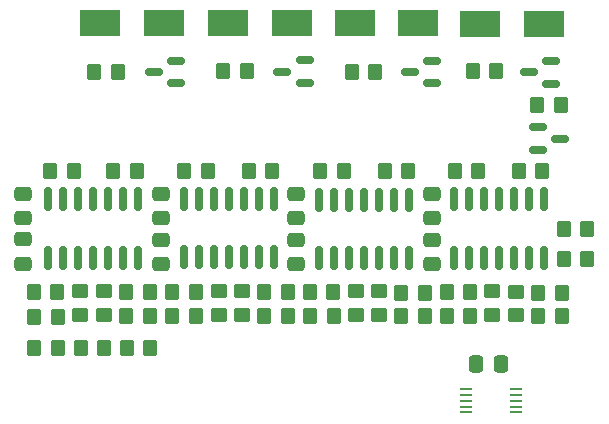
<source format=gbr>
%TF.GenerationSoftware,KiCad,Pcbnew,6.0.11+dfsg-1~bpo11+1*%
%TF.CreationDate,2023-04-06T13:05:29+02:00*%
%TF.ProjectId,ain-4_11,61696e2d-345f-4313-912e-6b696361645f,1.1*%
%TF.SameCoordinates,Original*%
%TF.FileFunction,Paste,Top*%
%TF.FilePolarity,Positive*%
%FSLAX46Y46*%
G04 Gerber Fmt 4.6, Leading zero omitted, Abs format (unit mm)*
G04 Created by KiCad (PCBNEW 6.0.11+dfsg-1~bpo11+1) date 2023-04-06 13:05:29*
%MOMM*%
%LPD*%
G01*
G04 APERTURE LIST*
G04 Aperture macros list*
%AMRoundRect*
0 Rectangle with rounded corners*
0 $1 Rounding radius*
0 $2 $3 $4 $5 $6 $7 $8 $9 X,Y pos of 4 corners*
0 Add a 4 corners polygon primitive as box body*
4,1,4,$2,$3,$4,$5,$6,$7,$8,$9,$2,$3,0*
0 Add four circle primitives for the rounded corners*
1,1,$1+$1,$2,$3*
1,1,$1+$1,$4,$5*
1,1,$1+$1,$6,$7*
1,1,$1+$1,$8,$9*
0 Add four rect primitives between the rounded corners*
20,1,$1+$1,$2,$3,$4,$5,0*
20,1,$1+$1,$4,$5,$6,$7,0*
20,1,$1+$1,$6,$7,$8,$9,0*
20,1,$1+$1,$8,$9,$2,$3,0*%
G04 Aperture macros list end*
%ADD10RoundRect,0.250000X-0.350000X-0.450000X0.350000X-0.450000X0.350000X0.450000X-0.350000X0.450000X0*%
%ADD11RoundRect,0.150000X0.587500X0.150000X-0.587500X0.150000X-0.587500X-0.150000X0.587500X-0.150000X0*%
%ADD12RoundRect,0.250000X0.475000X-0.337500X0.475000X0.337500X-0.475000X0.337500X-0.475000X-0.337500X0*%
%ADD13RoundRect,0.250000X0.350000X0.450000X-0.350000X0.450000X-0.350000X-0.450000X0.350000X-0.450000X0*%
%ADD14RoundRect,0.250000X-0.450000X0.350000X-0.450000X-0.350000X0.450000X-0.350000X0.450000X0.350000X0*%
%ADD15R,3.500000X2.300000*%
%ADD16RoundRect,0.150000X-0.150000X0.825000X-0.150000X-0.825000X0.150000X-0.825000X0.150000X0.825000X0*%
%ADD17RoundRect,0.150000X-0.587500X-0.150000X0.587500X-0.150000X0.587500X0.150000X-0.587500X0.150000X0*%
%ADD18R,1.100000X0.250000*%
%ADD19RoundRect,0.250000X-0.337500X-0.475000X0.337500X-0.475000X0.337500X0.475000X-0.337500X0.475000X0*%
G04 APERTURE END LIST*
D10*
%TO.C,R22*%
X138380000Y-107820000D03*
X140380000Y-107820000D03*
%TD*%
%TO.C,R17*%
X130550000Y-109870000D03*
X132550000Y-109870000D03*
%TD*%
D11*
%TO.C,D4*%
X153467500Y-90090000D03*
X153467500Y-88190000D03*
X151592500Y-89140000D03*
%TD*%
D12*
%TO.C,C6*%
X152770000Y-105435000D03*
X152770000Y-103360000D03*
%TD*%
D10*
%TO.C,R1*%
X135670000Y-89190000D03*
X137670000Y-89190000D03*
%TD*%
%TO.C,R44*%
X165510000Y-109840000D03*
X167510000Y-109840000D03*
%TD*%
D12*
%TO.C,C4*%
X141300000Y-105430000D03*
X141300000Y-103355000D03*
%TD*%
D10*
%TO.C,R6*%
X146580000Y-89120000D03*
X148580000Y-89120000D03*
%TD*%
D11*
%TO.C,D2*%
X142557500Y-90140000D03*
X142557500Y-88240000D03*
X140682500Y-89190000D03*
%TD*%
D13*
%TO.C,R16*%
X140380000Y-109810000D03*
X138380000Y-109810000D03*
%TD*%
%TO.C,R10*%
X175150000Y-92000000D03*
X173150000Y-92000000D03*
%TD*%
%TO.C,R5*%
X145280000Y-97540000D03*
X143280000Y-97540000D03*
%TD*%
D10*
%TO.C,R29*%
X160250000Y-97550000D03*
X162250000Y-97550000D03*
%TD*%
D13*
%TO.C,R12*%
X136500000Y-112550000D03*
X134500000Y-112550000D03*
%TD*%
D14*
%TO.C,R49*%
X159750000Y-107730000D03*
X159750000Y-109730000D03*
%TD*%
D10*
%TO.C,R19*%
X142230000Y-109810000D03*
X144230000Y-109810000D03*
%TD*%
D12*
%TO.C,C3*%
X141280000Y-101545000D03*
X141280000Y-99470000D03*
%TD*%
D10*
%TO.C,R24*%
X167700000Y-89080000D03*
X169700000Y-89080000D03*
%TD*%
D13*
%TO.C,R46*%
X167500000Y-107820000D03*
X165500000Y-107820000D03*
%TD*%
%TO.C,R31*%
X156760000Y-97550000D03*
X154760000Y-97550000D03*
%TD*%
D15*
%TO.C,D7*%
X173750000Y-85080000D03*
X168350000Y-85080000D03*
%TD*%
D12*
%TO.C,C7*%
X164230000Y-101565000D03*
X164230000Y-99490000D03*
%TD*%
D13*
%TO.C,R45*%
X155900000Y-107830000D03*
X153900000Y-107830000D03*
%TD*%
D14*
%TO.C,R50*%
X157780000Y-107730000D03*
X157780000Y-109730000D03*
%TD*%
D10*
%TO.C,R42*%
X153920000Y-109810000D03*
X155920000Y-109810000D03*
%TD*%
%TO.C,R9*%
X138400000Y-112550000D03*
X140400000Y-112550000D03*
%TD*%
D12*
%TO.C,C1*%
X129640000Y-101570000D03*
X129640000Y-99495000D03*
%TD*%
D10*
%TO.C,R30*%
X171600000Y-97540000D03*
X173600000Y-97540000D03*
%TD*%
D13*
%TO.C,R20*%
X132540000Y-107810000D03*
X130540000Y-107810000D03*
%TD*%
D10*
%TO.C,R43*%
X173240000Y-109860000D03*
X175240000Y-109860000D03*
%TD*%
D16*
%TO.C,U1*%
X139380000Y-99935000D03*
X138110000Y-99935000D03*
X136840000Y-99935000D03*
X135570000Y-99935000D03*
X134300000Y-99935000D03*
X133030000Y-99935000D03*
X131760000Y-99935000D03*
X131760000Y-104885000D03*
X133030000Y-104885000D03*
X134300000Y-104885000D03*
X135570000Y-104885000D03*
X136840000Y-104885000D03*
X138110000Y-104885000D03*
X139380000Y-104885000D03*
%TD*%
D13*
%TO.C,R14*%
X132550000Y-112550000D03*
X130550000Y-112550000D03*
%TD*%
D15*
%TO.C,D1*%
X141570000Y-85060000D03*
X136170000Y-85060000D03*
%TD*%
D12*
%TO.C,C8*%
X164250000Y-105430000D03*
X164250000Y-103355000D03*
%TD*%
D16*
%TO.C,U6*%
X173720000Y-99925000D03*
X172450000Y-99925000D03*
X171180000Y-99925000D03*
X169910000Y-99925000D03*
X168640000Y-99925000D03*
X167370000Y-99925000D03*
X166100000Y-99925000D03*
X166100000Y-104875000D03*
X167370000Y-104875000D03*
X168640000Y-104875000D03*
X169910000Y-104875000D03*
X171180000Y-104875000D03*
X172450000Y-104875000D03*
X173720000Y-104875000D03*
%TD*%
D10*
%TO.C,R48*%
X173260000Y-107880000D03*
X175260000Y-107880000D03*
%TD*%
%TO.C,R3*%
X148740000Y-97560000D03*
X150740000Y-97560000D03*
%TD*%
D13*
%TO.C,R32*%
X168170000Y-97550000D03*
X166170000Y-97550000D03*
%TD*%
D15*
%TO.C,D5*%
X163100000Y-85050000D03*
X157700000Y-85050000D03*
%TD*%
D14*
%TO.C,R51*%
X171370000Y-107760000D03*
X171370000Y-109760000D03*
%TD*%
D16*
%TO.C,U2*%
X150840000Y-99895000D03*
X149570000Y-99895000D03*
X148300000Y-99895000D03*
X147030000Y-99895000D03*
X145760000Y-99895000D03*
X144490000Y-99895000D03*
X143220000Y-99895000D03*
X143220000Y-104845000D03*
X144490000Y-104845000D03*
X145760000Y-104845000D03*
X147030000Y-104845000D03*
X148300000Y-104845000D03*
X149570000Y-104845000D03*
X150840000Y-104845000D03*
%TD*%
D14*
%TO.C,R27*%
X148170000Y-107720000D03*
X148170000Y-109720000D03*
%TD*%
D13*
%TO.C,R4*%
X133940000Y-97560000D03*
X131940000Y-97560000D03*
%TD*%
%TO.C,R41*%
X163630000Y-109820000D03*
X161630000Y-109820000D03*
%TD*%
%TO.C,R18*%
X152060000Y-109800000D03*
X150060000Y-109800000D03*
%TD*%
D10*
%TO.C,R2*%
X137240000Y-97580000D03*
X139240000Y-97580000D03*
%TD*%
D14*
%TO.C,R28*%
X146180000Y-107720000D03*
X146180000Y-109720000D03*
%TD*%
D17*
%TO.C,U4*%
X173225000Y-93850000D03*
X173225000Y-95750000D03*
X175100000Y-94800000D03*
%TD*%
D11*
%TO.C,D6*%
X164255000Y-90130000D03*
X164255000Y-88230000D03*
X162380000Y-89180000D03*
%TD*%
D14*
%TO.C,R25*%
X136470000Y-107720000D03*
X136470000Y-109720000D03*
%TD*%
D13*
%TO.C,R21*%
X144230000Y-107810000D03*
X142230000Y-107810000D03*
%TD*%
D10*
%TO.C,R47*%
X161630000Y-107840000D03*
X163630000Y-107840000D03*
%TD*%
D18*
%TO.C,U9*%
X167090000Y-115990000D03*
X167090000Y-116490000D03*
X167090000Y-116990000D03*
X167090000Y-117490000D03*
X167090000Y-117990000D03*
X171390000Y-117990000D03*
X171390000Y-117490000D03*
X171390000Y-116990000D03*
X171390000Y-116490000D03*
X171390000Y-115990000D03*
%TD*%
D15*
%TO.C,D3*%
X152400000Y-85050000D03*
X147000000Y-85050000D03*
%TD*%
D11*
%TO.C,D8*%
X174337500Y-90150000D03*
X174337500Y-88250000D03*
X172462500Y-89200000D03*
%TD*%
D19*
%TO.C,C9*%
X168005000Y-113870000D03*
X170080000Y-113870000D03*
%TD*%
D14*
%TO.C,R52*%
X169370000Y-107750000D03*
X169370000Y-109750000D03*
%TD*%
D16*
%TO.C,U5*%
X162330000Y-99975000D03*
X161060000Y-99975000D03*
X159790000Y-99975000D03*
X158520000Y-99975000D03*
X157250000Y-99975000D03*
X155980000Y-99975000D03*
X154710000Y-99975000D03*
X154710000Y-104925000D03*
X155980000Y-104925000D03*
X157250000Y-104925000D03*
X158520000Y-104925000D03*
X159790000Y-104925000D03*
X161060000Y-104925000D03*
X162330000Y-104925000D03*
%TD*%
D10*
%TO.C,R23*%
X150050000Y-107830000D03*
X152050000Y-107830000D03*
%TD*%
D12*
%TO.C,C5*%
X152780000Y-101550000D03*
X152780000Y-99475000D03*
%TD*%
D14*
%TO.C,R26*%
X134460000Y-107720000D03*
X134460000Y-109720000D03*
%TD*%
D10*
%TO.C,R15*%
X157440000Y-89200000D03*
X159440000Y-89200000D03*
%TD*%
D12*
%TO.C,C2*%
X129630000Y-105395000D03*
X129630000Y-103320000D03*
%TD*%
D13*
%TO.C,R54*%
X177410000Y-102470000D03*
X175410000Y-102470000D03*
%TD*%
%TO.C,R53*%
X177410000Y-104960000D03*
X175410000Y-104960000D03*
%TD*%
M02*

</source>
